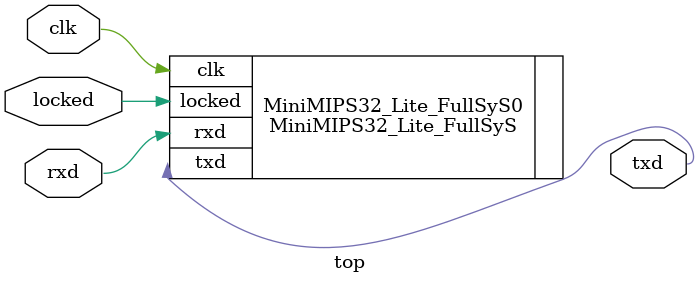
<source format=v>
module top(
    input   clk,
    input   locked,
    input   rxd,
    output  txd
    );
    MiniMIPS32_Lite_FullSyS MiniMIPS32_Lite_FullSyS0(
        .clk(clk),
        .locked(locked),
        .rxd(rxd),
        .txd(txd)
    );
endmodule

</source>
